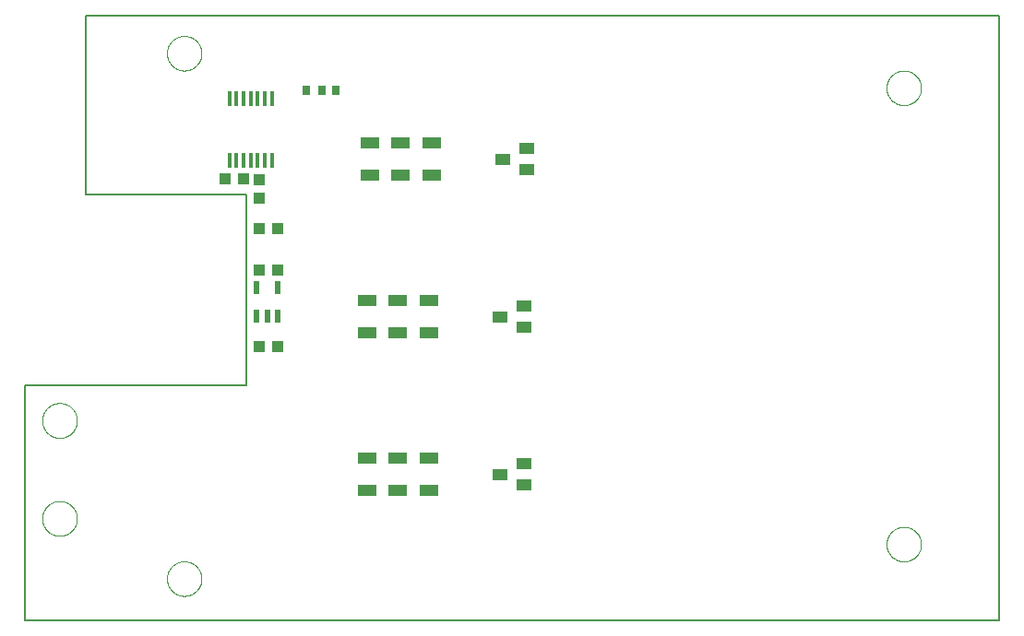
<source format=gbp>
G75*
%MOIN*%
%OFA0B0*%
%FSLAX25Y25*%
%IPPOS*%
%LPD*%
%AMOC8*
5,1,8,0,0,1.08239X$1,22.5*
%
%ADD10C,0.00500*%
%ADD11C,0.00000*%
%ADD12R,0.07100X0.04400*%
%ADD13R,0.05512X0.03937*%
%ADD14R,0.04331X0.03937*%
%ADD15R,0.03937X0.04331*%
%ADD16R,0.02165X0.04724*%
%ADD17R,0.02600X0.03800*%
%ADD18R,0.01400X0.05800*%
D10*
X0026831Y0007667D02*
X0026831Y0092667D01*
X0106831Y0092667D01*
X0106831Y0161667D01*
X0048831Y0161667D01*
X0048831Y0226167D01*
X0378831Y0226167D01*
X0378831Y0007667D01*
X0026831Y0007667D01*
D11*
X0078081Y0022667D02*
X0078083Y0022825D01*
X0078089Y0022982D01*
X0078099Y0023140D01*
X0078113Y0023297D01*
X0078131Y0023453D01*
X0078152Y0023610D01*
X0078178Y0023765D01*
X0078208Y0023920D01*
X0078241Y0024074D01*
X0078279Y0024227D01*
X0078320Y0024380D01*
X0078365Y0024531D01*
X0078414Y0024681D01*
X0078467Y0024829D01*
X0078523Y0024977D01*
X0078584Y0025122D01*
X0078647Y0025267D01*
X0078715Y0025409D01*
X0078786Y0025550D01*
X0078860Y0025689D01*
X0078938Y0025826D01*
X0079020Y0025961D01*
X0079104Y0026094D01*
X0079193Y0026225D01*
X0079284Y0026353D01*
X0079379Y0026480D01*
X0079476Y0026603D01*
X0079577Y0026725D01*
X0079681Y0026843D01*
X0079788Y0026959D01*
X0079898Y0027072D01*
X0080010Y0027183D01*
X0080126Y0027290D01*
X0080244Y0027395D01*
X0080364Y0027497D01*
X0080487Y0027595D01*
X0080613Y0027691D01*
X0080741Y0027783D01*
X0080871Y0027872D01*
X0081003Y0027958D01*
X0081138Y0028040D01*
X0081275Y0028119D01*
X0081413Y0028194D01*
X0081553Y0028266D01*
X0081696Y0028334D01*
X0081839Y0028399D01*
X0081985Y0028460D01*
X0082132Y0028517D01*
X0082280Y0028571D01*
X0082430Y0028621D01*
X0082580Y0028667D01*
X0082732Y0028709D01*
X0082885Y0028748D01*
X0083039Y0028782D01*
X0083194Y0028813D01*
X0083349Y0028839D01*
X0083505Y0028862D01*
X0083662Y0028881D01*
X0083819Y0028896D01*
X0083976Y0028907D01*
X0084134Y0028914D01*
X0084292Y0028917D01*
X0084449Y0028916D01*
X0084607Y0028911D01*
X0084764Y0028902D01*
X0084922Y0028889D01*
X0085078Y0028872D01*
X0085235Y0028851D01*
X0085390Y0028827D01*
X0085545Y0028798D01*
X0085700Y0028765D01*
X0085853Y0028729D01*
X0086006Y0028688D01*
X0086157Y0028644D01*
X0086307Y0028596D01*
X0086456Y0028545D01*
X0086604Y0028489D01*
X0086750Y0028430D01*
X0086895Y0028367D01*
X0087038Y0028300D01*
X0087179Y0028230D01*
X0087318Y0028157D01*
X0087456Y0028080D01*
X0087592Y0027999D01*
X0087725Y0027915D01*
X0087856Y0027828D01*
X0087985Y0027737D01*
X0088112Y0027643D01*
X0088237Y0027546D01*
X0088358Y0027446D01*
X0088478Y0027343D01*
X0088594Y0027237D01*
X0088708Y0027128D01*
X0088820Y0027016D01*
X0088928Y0026902D01*
X0089033Y0026784D01*
X0089136Y0026664D01*
X0089235Y0026542D01*
X0089331Y0026417D01*
X0089424Y0026289D01*
X0089514Y0026160D01*
X0089600Y0026028D01*
X0089684Y0025894D01*
X0089763Y0025758D01*
X0089840Y0025620D01*
X0089912Y0025480D01*
X0089981Y0025338D01*
X0090047Y0025195D01*
X0090109Y0025050D01*
X0090167Y0024903D01*
X0090222Y0024755D01*
X0090273Y0024606D01*
X0090320Y0024455D01*
X0090363Y0024304D01*
X0090402Y0024151D01*
X0090438Y0023997D01*
X0090469Y0023843D01*
X0090497Y0023688D01*
X0090521Y0023532D01*
X0090541Y0023375D01*
X0090557Y0023218D01*
X0090569Y0023061D01*
X0090577Y0022904D01*
X0090581Y0022746D01*
X0090581Y0022588D01*
X0090577Y0022430D01*
X0090569Y0022273D01*
X0090557Y0022116D01*
X0090541Y0021959D01*
X0090521Y0021802D01*
X0090497Y0021646D01*
X0090469Y0021491D01*
X0090438Y0021337D01*
X0090402Y0021183D01*
X0090363Y0021030D01*
X0090320Y0020879D01*
X0090273Y0020728D01*
X0090222Y0020579D01*
X0090167Y0020431D01*
X0090109Y0020284D01*
X0090047Y0020139D01*
X0089981Y0019996D01*
X0089912Y0019854D01*
X0089840Y0019714D01*
X0089763Y0019576D01*
X0089684Y0019440D01*
X0089600Y0019306D01*
X0089514Y0019174D01*
X0089424Y0019045D01*
X0089331Y0018917D01*
X0089235Y0018792D01*
X0089136Y0018670D01*
X0089033Y0018550D01*
X0088928Y0018432D01*
X0088820Y0018318D01*
X0088708Y0018206D01*
X0088594Y0018097D01*
X0088478Y0017991D01*
X0088358Y0017888D01*
X0088237Y0017788D01*
X0088112Y0017691D01*
X0087985Y0017597D01*
X0087856Y0017506D01*
X0087725Y0017419D01*
X0087592Y0017335D01*
X0087456Y0017254D01*
X0087318Y0017177D01*
X0087179Y0017104D01*
X0087038Y0017034D01*
X0086895Y0016967D01*
X0086750Y0016904D01*
X0086604Y0016845D01*
X0086456Y0016789D01*
X0086307Y0016738D01*
X0086157Y0016690D01*
X0086006Y0016646D01*
X0085853Y0016605D01*
X0085700Y0016569D01*
X0085545Y0016536D01*
X0085390Y0016507D01*
X0085235Y0016483D01*
X0085078Y0016462D01*
X0084922Y0016445D01*
X0084764Y0016432D01*
X0084607Y0016423D01*
X0084449Y0016418D01*
X0084292Y0016417D01*
X0084134Y0016420D01*
X0083976Y0016427D01*
X0083819Y0016438D01*
X0083662Y0016453D01*
X0083505Y0016472D01*
X0083349Y0016495D01*
X0083194Y0016521D01*
X0083039Y0016552D01*
X0082885Y0016586D01*
X0082732Y0016625D01*
X0082580Y0016667D01*
X0082430Y0016713D01*
X0082280Y0016763D01*
X0082132Y0016817D01*
X0081985Y0016874D01*
X0081839Y0016935D01*
X0081696Y0017000D01*
X0081553Y0017068D01*
X0081413Y0017140D01*
X0081275Y0017215D01*
X0081138Y0017294D01*
X0081003Y0017376D01*
X0080871Y0017462D01*
X0080741Y0017551D01*
X0080613Y0017643D01*
X0080487Y0017739D01*
X0080364Y0017837D01*
X0080244Y0017939D01*
X0080126Y0018044D01*
X0080010Y0018151D01*
X0079898Y0018262D01*
X0079788Y0018375D01*
X0079681Y0018491D01*
X0079577Y0018609D01*
X0079476Y0018731D01*
X0079379Y0018854D01*
X0079284Y0018981D01*
X0079193Y0019109D01*
X0079104Y0019240D01*
X0079020Y0019373D01*
X0078938Y0019508D01*
X0078860Y0019645D01*
X0078786Y0019784D01*
X0078715Y0019925D01*
X0078647Y0020067D01*
X0078584Y0020212D01*
X0078523Y0020357D01*
X0078467Y0020505D01*
X0078414Y0020653D01*
X0078365Y0020803D01*
X0078320Y0020954D01*
X0078279Y0021107D01*
X0078241Y0021260D01*
X0078208Y0021414D01*
X0078178Y0021569D01*
X0078152Y0021724D01*
X0078131Y0021881D01*
X0078113Y0022037D01*
X0078099Y0022194D01*
X0078089Y0022352D01*
X0078083Y0022509D01*
X0078081Y0022667D01*
X0032996Y0044450D02*
X0032998Y0044608D01*
X0033004Y0044766D01*
X0033014Y0044924D01*
X0033028Y0045082D01*
X0033046Y0045239D01*
X0033067Y0045396D01*
X0033093Y0045552D01*
X0033123Y0045708D01*
X0033156Y0045863D01*
X0033194Y0046016D01*
X0033235Y0046169D01*
X0033280Y0046321D01*
X0033329Y0046472D01*
X0033382Y0046621D01*
X0033438Y0046769D01*
X0033498Y0046915D01*
X0033562Y0047060D01*
X0033630Y0047203D01*
X0033701Y0047345D01*
X0033775Y0047485D01*
X0033853Y0047622D01*
X0033935Y0047758D01*
X0034019Y0047892D01*
X0034108Y0048023D01*
X0034199Y0048152D01*
X0034294Y0048279D01*
X0034391Y0048404D01*
X0034492Y0048526D01*
X0034596Y0048645D01*
X0034703Y0048762D01*
X0034813Y0048876D01*
X0034926Y0048987D01*
X0035041Y0049096D01*
X0035159Y0049201D01*
X0035280Y0049303D01*
X0035403Y0049403D01*
X0035529Y0049499D01*
X0035657Y0049592D01*
X0035787Y0049682D01*
X0035920Y0049768D01*
X0036055Y0049852D01*
X0036191Y0049931D01*
X0036330Y0050008D01*
X0036471Y0050080D01*
X0036613Y0050150D01*
X0036757Y0050215D01*
X0036903Y0050277D01*
X0037050Y0050335D01*
X0037199Y0050390D01*
X0037349Y0050441D01*
X0037500Y0050488D01*
X0037652Y0050531D01*
X0037805Y0050570D01*
X0037960Y0050606D01*
X0038115Y0050637D01*
X0038271Y0050665D01*
X0038427Y0050689D01*
X0038584Y0050709D01*
X0038742Y0050725D01*
X0038899Y0050737D01*
X0039058Y0050745D01*
X0039216Y0050749D01*
X0039374Y0050749D01*
X0039532Y0050745D01*
X0039691Y0050737D01*
X0039848Y0050725D01*
X0040006Y0050709D01*
X0040163Y0050689D01*
X0040319Y0050665D01*
X0040475Y0050637D01*
X0040630Y0050606D01*
X0040785Y0050570D01*
X0040938Y0050531D01*
X0041090Y0050488D01*
X0041241Y0050441D01*
X0041391Y0050390D01*
X0041540Y0050335D01*
X0041687Y0050277D01*
X0041833Y0050215D01*
X0041977Y0050150D01*
X0042119Y0050080D01*
X0042260Y0050008D01*
X0042399Y0049931D01*
X0042535Y0049852D01*
X0042670Y0049768D01*
X0042803Y0049682D01*
X0042933Y0049592D01*
X0043061Y0049499D01*
X0043187Y0049403D01*
X0043310Y0049303D01*
X0043431Y0049201D01*
X0043549Y0049096D01*
X0043664Y0048987D01*
X0043777Y0048876D01*
X0043887Y0048762D01*
X0043994Y0048645D01*
X0044098Y0048526D01*
X0044199Y0048404D01*
X0044296Y0048279D01*
X0044391Y0048152D01*
X0044482Y0048023D01*
X0044571Y0047892D01*
X0044655Y0047758D01*
X0044737Y0047622D01*
X0044815Y0047485D01*
X0044889Y0047345D01*
X0044960Y0047203D01*
X0045028Y0047060D01*
X0045092Y0046915D01*
X0045152Y0046769D01*
X0045208Y0046621D01*
X0045261Y0046472D01*
X0045310Y0046321D01*
X0045355Y0046169D01*
X0045396Y0046016D01*
X0045434Y0045863D01*
X0045467Y0045708D01*
X0045497Y0045552D01*
X0045523Y0045396D01*
X0045544Y0045239D01*
X0045562Y0045082D01*
X0045576Y0044924D01*
X0045586Y0044766D01*
X0045592Y0044608D01*
X0045594Y0044450D01*
X0045592Y0044292D01*
X0045586Y0044134D01*
X0045576Y0043976D01*
X0045562Y0043818D01*
X0045544Y0043661D01*
X0045523Y0043504D01*
X0045497Y0043348D01*
X0045467Y0043192D01*
X0045434Y0043037D01*
X0045396Y0042884D01*
X0045355Y0042731D01*
X0045310Y0042579D01*
X0045261Y0042428D01*
X0045208Y0042279D01*
X0045152Y0042131D01*
X0045092Y0041985D01*
X0045028Y0041840D01*
X0044960Y0041697D01*
X0044889Y0041555D01*
X0044815Y0041415D01*
X0044737Y0041278D01*
X0044655Y0041142D01*
X0044571Y0041008D01*
X0044482Y0040877D01*
X0044391Y0040748D01*
X0044296Y0040621D01*
X0044199Y0040496D01*
X0044098Y0040374D01*
X0043994Y0040255D01*
X0043887Y0040138D01*
X0043777Y0040024D01*
X0043664Y0039913D01*
X0043549Y0039804D01*
X0043431Y0039699D01*
X0043310Y0039597D01*
X0043187Y0039497D01*
X0043061Y0039401D01*
X0042933Y0039308D01*
X0042803Y0039218D01*
X0042670Y0039132D01*
X0042535Y0039048D01*
X0042399Y0038969D01*
X0042260Y0038892D01*
X0042119Y0038820D01*
X0041977Y0038750D01*
X0041833Y0038685D01*
X0041687Y0038623D01*
X0041540Y0038565D01*
X0041391Y0038510D01*
X0041241Y0038459D01*
X0041090Y0038412D01*
X0040938Y0038369D01*
X0040785Y0038330D01*
X0040630Y0038294D01*
X0040475Y0038263D01*
X0040319Y0038235D01*
X0040163Y0038211D01*
X0040006Y0038191D01*
X0039848Y0038175D01*
X0039691Y0038163D01*
X0039532Y0038155D01*
X0039374Y0038151D01*
X0039216Y0038151D01*
X0039058Y0038155D01*
X0038899Y0038163D01*
X0038742Y0038175D01*
X0038584Y0038191D01*
X0038427Y0038211D01*
X0038271Y0038235D01*
X0038115Y0038263D01*
X0037960Y0038294D01*
X0037805Y0038330D01*
X0037652Y0038369D01*
X0037500Y0038412D01*
X0037349Y0038459D01*
X0037199Y0038510D01*
X0037050Y0038565D01*
X0036903Y0038623D01*
X0036757Y0038685D01*
X0036613Y0038750D01*
X0036471Y0038820D01*
X0036330Y0038892D01*
X0036191Y0038969D01*
X0036055Y0039048D01*
X0035920Y0039132D01*
X0035787Y0039218D01*
X0035657Y0039308D01*
X0035529Y0039401D01*
X0035403Y0039497D01*
X0035280Y0039597D01*
X0035159Y0039699D01*
X0035041Y0039804D01*
X0034926Y0039913D01*
X0034813Y0040024D01*
X0034703Y0040138D01*
X0034596Y0040255D01*
X0034492Y0040374D01*
X0034391Y0040496D01*
X0034294Y0040621D01*
X0034199Y0040748D01*
X0034108Y0040877D01*
X0034019Y0041008D01*
X0033935Y0041142D01*
X0033853Y0041278D01*
X0033775Y0041415D01*
X0033701Y0041555D01*
X0033630Y0041697D01*
X0033562Y0041840D01*
X0033498Y0041985D01*
X0033438Y0042131D01*
X0033382Y0042279D01*
X0033329Y0042428D01*
X0033280Y0042579D01*
X0033235Y0042731D01*
X0033194Y0042884D01*
X0033156Y0043037D01*
X0033123Y0043192D01*
X0033093Y0043348D01*
X0033067Y0043504D01*
X0033046Y0043661D01*
X0033028Y0043818D01*
X0033014Y0043976D01*
X0033004Y0044134D01*
X0032998Y0044292D01*
X0032996Y0044450D01*
X0032996Y0079883D02*
X0032998Y0080041D01*
X0033004Y0080199D01*
X0033014Y0080357D01*
X0033028Y0080515D01*
X0033046Y0080672D01*
X0033067Y0080829D01*
X0033093Y0080985D01*
X0033123Y0081141D01*
X0033156Y0081296D01*
X0033194Y0081449D01*
X0033235Y0081602D01*
X0033280Y0081754D01*
X0033329Y0081905D01*
X0033382Y0082054D01*
X0033438Y0082202D01*
X0033498Y0082348D01*
X0033562Y0082493D01*
X0033630Y0082636D01*
X0033701Y0082778D01*
X0033775Y0082918D01*
X0033853Y0083055D01*
X0033935Y0083191D01*
X0034019Y0083325D01*
X0034108Y0083456D01*
X0034199Y0083585D01*
X0034294Y0083712D01*
X0034391Y0083837D01*
X0034492Y0083959D01*
X0034596Y0084078D01*
X0034703Y0084195D01*
X0034813Y0084309D01*
X0034926Y0084420D01*
X0035041Y0084529D01*
X0035159Y0084634D01*
X0035280Y0084736D01*
X0035403Y0084836D01*
X0035529Y0084932D01*
X0035657Y0085025D01*
X0035787Y0085115D01*
X0035920Y0085201D01*
X0036055Y0085285D01*
X0036191Y0085364D01*
X0036330Y0085441D01*
X0036471Y0085513D01*
X0036613Y0085583D01*
X0036757Y0085648D01*
X0036903Y0085710D01*
X0037050Y0085768D01*
X0037199Y0085823D01*
X0037349Y0085874D01*
X0037500Y0085921D01*
X0037652Y0085964D01*
X0037805Y0086003D01*
X0037960Y0086039D01*
X0038115Y0086070D01*
X0038271Y0086098D01*
X0038427Y0086122D01*
X0038584Y0086142D01*
X0038742Y0086158D01*
X0038899Y0086170D01*
X0039058Y0086178D01*
X0039216Y0086182D01*
X0039374Y0086182D01*
X0039532Y0086178D01*
X0039691Y0086170D01*
X0039848Y0086158D01*
X0040006Y0086142D01*
X0040163Y0086122D01*
X0040319Y0086098D01*
X0040475Y0086070D01*
X0040630Y0086039D01*
X0040785Y0086003D01*
X0040938Y0085964D01*
X0041090Y0085921D01*
X0041241Y0085874D01*
X0041391Y0085823D01*
X0041540Y0085768D01*
X0041687Y0085710D01*
X0041833Y0085648D01*
X0041977Y0085583D01*
X0042119Y0085513D01*
X0042260Y0085441D01*
X0042399Y0085364D01*
X0042535Y0085285D01*
X0042670Y0085201D01*
X0042803Y0085115D01*
X0042933Y0085025D01*
X0043061Y0084932D01*
X0043187Y0084836D01*
X0043310Y0084736D01*
X0043431Y0084634D01*
X0043549Y0084529D01*
X0043664Y0084420D01*
X0043777Y0084309D01*
X0043887Y0084195D01*
X0043994Y0084078D01*
X0044098Y0083959D01*
X0044199Y0083837D01*
X0044296Y0083712D01*
X0044391Y0083585D01*
X0044482Y0083456D01*
X0044571Y0083325D01*
X0044655Y0083191D01*
X0044737Y0083055D01*
X0044815Y0082918D01*
X0044889Y0082778D01*
X0044960Y0082636D01*
X0045028Y0082493D01*
X0045092Y0082348D01*
X0045152Y0082202D01*
X0045208Y0082054D01*
X0045261Y0081905D01*
X0045310Y0081754D01*
X0045355Y0081602D01*
X0045396Y0081449D01*
X0045434Y0081296D01*
X0045467Y0081141D01*
X0045497Y0080985D01*
X0045523Y0080829D01*
X0045544Y0080672D01*
X0045562Y0080515D01*
X0045576Y0080357D01*
X0045586Y0080199D01*
X0045592Y0080041D01*
X0045594Y0079883D01*
X0045592Y0079725D01*
X0045586Y0079567D01*
X0045576Y0079409D01*
X0045562Y0079251D01*
X0045544Y0079094D01*
X0045523Y0078937D01*
X0045497Y0078781D01*
X0045467Y0078625D01*
X0045434Y0078470D01*
X0045396Y0078317D01*
X0045355Y0078164D01*
X0045310Y0078012D01*
X0045261Y0077861D01*
X0045208Y0077712D01*
X0045152Y0077564D01*
X0045092Y0077418D01*
X0045028Y0077273D01*
X0044960Y0077130D01*
X0044889Y0076988D01*
X0044815Y0076848D01*
X0044737Y0076711D01*
X0044655Y0076575D01*
X0044571Y0076441D01*
X0044482Y0076310D01*
X0044391Y0076181D01*
X0044296Y0076054D01*
X0044199Y0075929D01*
X0044098Y0075807D01*
X0043994Y0075688D01*
X0043887Y0075571D01*
X0043777Y0075457D01*
X0043664Y0075346D01*
X0043549Y0075237D01*
X0043431Y0075132D01*
X0043310Y0075030D01*
X0043187Y0074930D01*
X0043061Y0074834D01*
X0042933Y0074741D01*
X0042803Y0074651D01*
X0042670Y0074565D01*
X0042535Y0074481D01*
X0042399Y0074402D01*
X0042260Y0074325D01*
X0042119Y0074253D01*
X0041977Y0074183D01*
X0041833Y0074118D01*
X0041687Y0074056D01*
X0041540Y0073998D01*
X0041391Y0073943D01*
X0041241Y0073892D01*
X0041090Y0073845D01*
X0040938Y0073802D01*
X0040785Y0073763D01*
X0040630Y0073727D01*
X0040475Y0073696D01*
X0040319Y0073668D01*
X0040163Y0073644D01*
X0040006Y0073624D01*
X0039848Y0073608D01*
X0039691Y0073596D01*
X0039532Y0073588D01*
X0039374Y0073584D01*
X0039216Y0073584D01*
X0039058Y0073588D01*
X0038899Y0073596D01*
X0038742Y0073608D01*
X0038584Y0073624D01*
X0038427Y0073644D01*
X0038271Y0073668D01*
X0038115Y0073696D01*
X0037960Y0073727D01*
X0037805Y0073763D01*
X0037652Y0073802D01*
X0037500Y0073845D01*
X0037349Y0073892D01*
X0037199Y0073943D01*
X0037050Y0073998D01*
X0036903Y0074056D01*
X0036757Y0074118D01*
X0036613Y0074183D01*
X0036471Y0074253D01*
X0036330Y0074325D01*
X0036191Y0074402D01*
X0036055Y0074481D01*
X0035920Y0074565D01*
X0035787Y0074651D01*
X0035657Y0074741D01*
X0035529Y0074834D01*
X0035403Y0074930D01*
X0035280Y0075030D01*
X0035159Y0075132D01*
X0035041Y0075237D01*
X0034926Y0075346D01*
X0034813Y0075457D01*
X0034703Y0075571D01*
X0034596Y0075688D01*
X0034492Y0075807D01*
X0034391Y0075929D01*
X0034294Y0076054D01*
X0034199Y0076181D01*
X0034108Y0076310D01*
X0034019Y0076441D01*
X0033935Y0076575D01*
X0033853Y0076711D01*
X0033775Y0076848D01*
X0033701Y0076988D01*
X0033630Y0077130D01*
X0033562Y0077273D01*
X0033498Y0077418D01*
X0033438Y0077564D01*
X0033382Y0077712D01*
X0033329Y0077861D01*
X0033280Y0078012D01*
X0033235Y0078164D01*
X0033194Y0078317D01*
X0033156Y0078470D01*
X0033123Y0078625D01*
X0033093Y0078781D01*
X0033067Y0078937D01*
X0033046Y0079094D01*
X0033028Y0079251D01*
X0033014Y0079409D01*
X0033004Y0079567D01*
X0032998Y0079725D01*
X0032996Y0079883D01*
X0078081Y0212667D02*
X0078083Y0212825D01*
X0078089Y0212982D01*
X0078099Y0213140D01*
X0078113Y0213297D01*
X0078131Y0213453D01*
X0078152Y0213610D01*
X0078178Y0213765D01*
X0078208Y0213920D01*
X0078241Y0214074D01*
X0078279Y0214227D01*
X0078320Y0214380D01*
X0078365Y0214531D01*
X0078414Y0214681D01*
X0078467Y0214829D01*
X0078523Y0214977D01*
X0078584Y0215122D01*
X0078647Y0215267D01*
X0078715Y0215409D01*
X0078786Y0215550D01*
X0078860Y0215689D01*
X0078938Y0215826D01*
X0079020Y0215961D01*
X0079104Y0216094D01*
X0079193Y0216225D01*
X0079284Y0216353D01*
X0079379Y0216480D01*
X0079476Y0216603D01*
X0079577Y0216725D01*
X0079681Y0216843D01*
X0079788Y0216959D01*
X0079898Y0217072D01*
X0080010Y0217183D01*
X0080126Y0217290D01*
X0080244Y0217395D01*
X0080364Y0217497D01*
X0080487Y0217595D01*
X0080613Y0217691D01*
X0080741Y0217783D01*
X0080871Y0217872D01*
X0081003Y0217958D01*
X0081138Y0218040D01*
X0081275Y0218119D01*
X0081413Y0218194D01*
X0081553Y0218266D01*
X0081696Y0218334D01*
X0081839Y0218399D01*
X0081985Y0218460D01*
X0082132Y0218517D01*
X0082280Y0218571D01*
X0082430Y0218621D01*
X0082580Y0218667D01*
X0082732Y0218709D01*
X0082885Y0218748D01*
X0083039Y0218782D01*
X0083194Y0218813D01*
X0083349Y0218839D01*
X0083505Y0218862D01*
X0083662Y0218881D01*
X0083819Y0218896D01*
X0083976Y0218907D01*
X0084134Y0218914D01*
X0084292Y0218917D01*
X0084449Y0218916D01*
X0084607Y0218911D01*
X0084764Y0218902D01*
X0084922Y0218889D01*
X0085078Y0218872D01*
X0085235Y0218851D01*
X0085390Y0218827D01*
X0085545Y0218798D01*
X0085700Y0218765D01*
X0085853Y0218729D01*
X0086006Y0218688D01*
X0086157Y0218644D01*
X0086307Y0218596D01*
X0086456Y0218545D01*
X0086604Y0218489D01*
X0086750Y0218430D01*
X0086895Y0218367D01*
X0087038Y0218300D01*
X0087179Y0218230D01*
X0087318Y0218157D01*
X0087456Y0218080D01*
X0087592Y0217999D01*
X0087725Y0217915D01*
X0087856Y0217828D01*
X0087985Y0217737D01*
X0088112Y0217643D01*
X0088237Y0217546D01*
X0088358Y0217446D01*
X0088478Y0217343D01*
X0088594Y0217237D01*
X0088708Y0217128D01*
X0088820Y0217016D01*
X0088928Y0216902D01*
X0089033Y0216784D01*
X0089136Y0216664D01*
X0089235Y0216542D01*
X0089331Y0216417D01*
X0089424Y0216289D01*
X0089514Y0216160D01*
X0089600Y0216028D01*
X0089684Y0215894D01*
X0089763Y0215758D01*
X0089840Y0215620D01*
X0089912Y0215480D01*
X0089981Y0215338D01*
X0090047Y0215195D01*
X0090109Y0215050D01*
X0090167Y0214903D01*
X0090222Y0214755D01*
X0090273Y0214606D01*
X0090320Y0214455D01*
X0090363Y0214304D01*
X0090402Y0214151D01*
X0090438Y0213997D01*
X0090469Y0213843D01*
X0090497Y0213688D01*
X0090521Y0213532D01*
X0090541Y0213375D01*
X0090557Y0213218D01*
X0090569Y0213061D01*
X0090577Y0212904D01*
X0090581Y0212746D01*
X0090581Y0212588D01*
X0090577Y0212430D01*
X0090569Y0212273D01*
X0090557Y0212116D01*
X0090541Y0211959D01*
X0090521Y0211802D01*
X0090497Y0211646D01*
X0090469Y0211491D01*
X0090438Y0211337D01*
X0090402Y0211183D01*
X0090363Y0211030D01*
X0090320Y0210879D01*
X0090273Y0210728D01*
X0090222Y0210579D01*
X0090167Y0210431D01*
X0090109Y0210284D01*
X0090047Y0210139D01*
X0089981Y0209996D01*
X0089912Y0209854D01*
X0089840Y0209714D01*
X0089763Y0209576D01*
X0089684Y0209440D01*
X0089600Y0209306D01*
X0089514Y0209174D01*
X0089424Y0209045D01*
X0089331Y0208917D01*
X0089235Y0208792D01*
X0089136Y0208670D01*
X0089033Y0208550D01*
X0088928Y0208432D01*
X0088820Y0208318D01*
X0088708Y0208206D01*
X0088594Y0208097D01*
X0088478Y0207991D01*
X0088358Y0207888D01*
X0088237Y0207788D01*
X0088112Y0207691D01*
X0087985Y0207597D01*
X0087856Y0207506D01*
X0087725Y0207419D01*
X0087592Y0207335D01*
X0087456Y0207254D01*
X0087318Y0207177D01*
X0087179Y0207104D01*
X0087038Y0207034D01*
X0086895Y0206967D01*
X0086750Y0206904D01*
X0086604Y0206845D01*
X0086456Y0206789D01*
X0086307Y0206738D01*
X0086157Y0206690D01*
X0086006Y0206646D01*
X0085853Y0206605D01*
X0085700Y0206569D01*
X0085545Y0206536D01*
X0085390Y0206507D01*
X0085235Y0206483D01*
X0085078Y0206462D01*
X0084922Y0206445D01*
X0084764Y0206432D01*
X0084607Y0206423D01*
X0084449Y0206418D01*
X0084292Y0206417D01*
X0084134Y0206420D01*
X0083976Y0206427D01*
X0083819Y0206438D01*
X0083662Y0206453D01*
X0083505Y0206472D01*
X0083349Y0206495D01*
X0083194Y0206521D01*
X0083039Y0206552D01*
X0082885Y0206586D01*
X0082732Y0206625D01*
X0082580Y0206667D01*
X0082430Y0206713D01*
X0082280Y0206763D01*
X0082132Y0206817D01*
X0081985Y0206874D01*
X0081839Y0206935D01*
X0081696Y0207000D01*
X0081553Y0207068D01*
X0081413Y0207140D01*
X0081275Y0207215D01*
X0081138Y0207294D01*
X0081003Y0207376D01*
X0080871Y0207462D01*
X0080741Y0207551D01*
X0080613Y0207643D01*
X0080487Y0207739D01*
X0080364Y0207837D01*
X0080244Y0207939D01*
X0080126Y0208044D01*
X0080010Y0208151D01*
X0079898Y0208262D01*
X0079788Y0208375D01*
X0079681Y0208491D01*
X0079577Y0208609D01*
X0079476Y0208731D01*
X0079379Y0208854D01*
X0079284Y0208981D01*
X0079193Y0209109D01*
X0079104Y0209240D01*
X0079020Y0209373D01*
X0078938Y0209508D01*
X0078860Y0209645D01*
X0078786Y0209784D01*
X0078715Y0209925D01*
X0078647Y0210067D01*
X0078584Y0210212D01*
X0078523Y0210357D01*
X0078467Y0210505D01*
X0078414Y0210653D01*
X0078365Y0210803D01*
X0078320Y0210954D01*
X0078279Y0211107D01*
X0078241Y0211260D01*
X0078208Y0211414D01*
X0078178Y0211569D01*
X0078152Y0211724D01*
X0078131Y0211881D01*
X0078113Y0212037D01*
X0078099Y0212194D01*
X0078089Y0212352D01*
X0078083Y0212509D01*
X0078081Y0212667D01*
X0338081Y0200167D02*
X0338083Y0200325D01*
X0338089Y0200482D01*
X0338099Y0200640D01*
X0338113Y0200797D01*
X0338131Y0200953D01*
X0338152Y0201110D01*
X0338178Y0201265D01*
X0338208Y0201420D01*
X0338241Y0201574D01*
X0338279Y0201727D01*
X0338320Y0201880D01*
X0338365Y0202031D01*
X0338414Y0202181D01*
X0338467Y0202329D01*
X0338523Y0202477D01*
X0338584Y0202622D01*
X0338647Y0202767D01*
X0338715Y0202909D01*
X0338786Y0203050D01*
X0338860Y0203189D01*
X0338938Y0203326D01*
X0339020Y0203461D01*
X0339104Y0203594D01*
X0339193Y0203725D01*
X0339284Y0203853D01*
X0339379Y0203980D01*
X0339476Y0204103D01*
X0339577Y0204225D01*
X0339681Y0204343D01*
X0339788Y0204459D01*
X0339898Y0204572D01*
X0340010Y0204683D01*
X0340126Y0204790D01*
X0340244Y0204895D01*
X0340364Y0204997D01*
X0340487Y0205095D01*
X0340613Y0205191D01*
X0340741Y0205283D01*
X0340871Y0205372D01*
X0341003Y0205458D01*
X0341138Y0205540D01*
X0341275Y0205619D01*
X0341413Y0205694D01*
X0341553Y0205766D01*
X0341696Y0205834D01*
X0341839Y0205899D01*
X0341985Y0205960D01*
X0342132Y0206017D01*
X0342280Y0206071D01*
X0342430Y0206121D01*
X0342580Y0206167D01*
X0342732Y0206209D01*
X0342885Y0206248D01*
X0343039Y0206282D01*
X0343194Y0206313D01*
X0343349Y0206339D01*
X0343505Y0206362D01*
X0343662Y0206381D01*
X0343819Y0206396D01*
X0343976Y0206407D01*
X0344134Y0206414D01*
X0344292Y0206417D01*
X0344449Y0206416D01*
X0344607Y0206411D01*
X0344764Y0206402D01*
X0344922Y0206389D01*
X0345078Y0206372D01*
X0345235Y0206351D01*
X0345390Y0206327D01*
X0345545Y0206298D01*
X0345700Y0206265D01*
X0345853Y0206229D01*
X0346006Y0206188D01*
X0346157Y0206144D01*
X0346307Y0206096D01*
X0346456Y0206045D01*
X0346604Y0205989D01*
X0346750Y0205930D01*
X0346895Y0205867D01*
X0347038Y0205800D01*
X0347179Y0205730D01*
X0347318Y0205657D01*
X0347456Y0205580D01*
X0347592Y0205499D01*
X0347725Y0205415D01*
X0347856Y0205328D01*
X0347985Y0205237D01*
X0348112Y0205143D01*
X0348237Y0205046D01*
X0348358Y0204946D01*
X0348478Y0204843D01*
X0348594Y0204737D01*
X0348708Y0204628D01*
X0348820Y0204516D01*
X0348928Y0204402D01*
X0349033Y0204284D01*
X0349136Y0204164D01*
X0349235Y0204042D01*
X0349331Y0203917D01*
X0349424Y0203789D01*
X0349514Y0203660D01*
X0349600Y0203528D01*
X0349684Y0203394D01*
X0349763Y0203258D01*
X0349840Y0203120D01*
X0349912Y0202980D01*
X0349981Y0202838D01*
X0350047Y0202695D01*
X0350109Y0202550D01*
X0350167Y0202403D01*
X0350222Y0202255D01*
X0350273Y0202106D01*
X0350320Y0201955D01*
X0350363Y0201804D01*
X0350402Y0201651D01*
X0350438Y0201497D01*
X0350469Y0201343D01*
X0350497Y0201188D01*
X0350521Y0201032D01*
X0350541Y0200875D01*
X0350557Y0200718D01*
X0350569Y0200561D01*
X0350577Y0200404D01*
X0350581Y0200246D01*
X0350581Y0200088D01*
X0350577Y0199930D01*
X0350569Y0199773D01*
X0350557Y0199616D01*
X0350541Y0199459D01*
X0350521Y0199302D01*
X0350497Y0199146D01*
X0350469Y0198991D01*
X0350438Y0198837D01*
X0350402Y0198683D01*
X0350363Y0198530D01*
X0350320Y0198379D01*
X0350273Y0198228D01*
X0350222Y0198079D01*
X0350167Y0197931D01*
X0350109Y0197784D01*
X0350047Y0197639D01*
X0349981Y0197496D01*
X0349912Y0197354D01*
X0349840Y0197214D01*
X0349763Y0197076D01*
X0349684Y0196940D01*
X0349600Y0196806D01*
X0349514Y0196674D01*
X0349424Y0196545D01*
X0349331Y0196417D01*
X0349235Y0196292D01*
X0349136Y0196170D01*
X0349033Y0196050D01*
X0348928Y0195932D01*
X0348820Y0195818D01*
X0348708Y0195706D01*
X0348594Y0195597D01*
X0348478Y0195491D01*
X0348358Y0195388D01*
X0348237Y0195288D01*
X0348112Y0195191D01*
X0347985Y0195097D01*
X0347856Y0195006D01*
X0347725Y0194919D01*
X0347592Y0194835D01*
X0347456Y0194754D01*
X0347318Y0194677D01*
X0347179Y0194604D01*
X0347038Y0194534D01*
X0346895Y0194467D01*
X0346750Y0194404D01*
X0346604Y0194345D01*
X0346456Y0194289D01*
X0346307Y0194238D01*
X0346157Y0194190D01*
X0346006Y0194146D01*
X0345853Y0194105D01*
X0345700Y0194069D01*
X0345545Y0194036D01*
X0345390Y0194007D01*
X0345235Y0193983D01*
X0345078Y0193962D01*
X0344922Y0193945D01*
X0344764Y0193932D01*
X0344607Y0193923D01*
X0344449Y0193918D01*
X0344292Y0193917D01*
X0344134Y0193920D01*
X0343976Y0193927D01*
X0343819Y0193938D01*
X0343662Y0193953D01*
X0343505Y0193972D01*
X0343349Y0193995D01*
X0343194Y0194021D01*
X0343039Y0194052D01*
X0342885Y0194086D01*
X0342732Y0194125D01*
X0342580Y0194167D01*
X0342430Y0194213D01*
X0342280Y0194263D01*
X0342132Y0194317D01*
X0341985Y0194374D01*
X0341839Y0194435D01*
X0341696Y0194500D01*
X0341553Y0194568D01*
X0341413Y0194640D01*
X0341275Y0194715D01*
X0341138Y0194794D01*
X0341003Y0194876D01*
X0340871Y0194962D01*
X0340741Y0195051D01*
X0340613Y0195143D01*
X0340487Y0195239D01*
X0340364Y0195337D01*
X0340244Y0195439D01*
X0340126Y0195544D01*
X0340010Y0195651D01*
X0339898Y0195762D01*
X0339788Y0195875D01*
X0339681Y0195991D01*
X0339577Y0196109D01*
X0339476Y0196231D01*
X0339379Y0196354D01*
X0339284Y0196481D01*
X0339193Y0196609D01*
X0339104Y0196740D01*
X0339020Y0196873D01*
X0338938Y0197008D01*
X0338860Y0197145D01*
X0338786Y0197284D01*
X0338715Y0197425D01*
X0338647Y0197567D01*
X0338584Y0197712D01*
X0338523Y0197857D01*
X0338467Y0198005D01*
X0338414Y0198153D01*
X0338365Y0198303D01*
X0338320Y0198454D01*
X0338279Y0198607D01*
X0338241Y0198760D01*
X0338208Y0198914D01*
X0338178Y0199069D01*
X0338152Y0199224D01*
X0338131Y0199381D01*
X0338113Y0199537D01*
X0338099Y0199694D01*
X0338089Y0199852D01*
X0338083Y0200009D01*
X0338081Y0200167D01*
X0338081Y0035167D02*
X0338083Y0035325D01*
X0338089Y0035482D01*
X0338099Y0035640D01*
X0338113Y0035797D01*
X0338131Y0035953D01*
X0338152Y0036110D01*
X0338178Y0036265D01*
X0338208Y0036420D01*
X0338241Y0036574D01*
X0338279Y0036727D01*
X0338320Y0036880D01*
X0338365Y0037031D01*
X0338414Y0037181D01*
X0338467Y0037329D01*
X0338523Y0037477D01*
X0338584Y0037622D01*
X0338647Y0037767D01*
X0338715Y0037909D01*
X0338786Y0038050D01*
X0338860Y0038189D01*
X0338938Y0038326D01*
X0339020Y0038461D01*
X0339104Y0038594D01*
X0339193Y0038725D01*
X0339284Y0038853D01*
X0339379Y0038980D01*
X0339476Y0039103D01*
X0339577Y0039225D01*
X0339681Y0039343D01*
X0339788Y0039459D01*
X0339898Y0039572D01*
X0340010Y0039683D01*
X0340126Y0039790D01*
X0340244Y0039895D01*
X0340364Y0039997D01*
X0340487Y0040095D01*
X0340613Y0040191D01*
X0340741Y0040283D01*
X0340871Y0040372D01*
X0341003Y0040458D01*
X0341138Y0040540D01*
X0341275Y0040619D01*
X0341413Y0040694D01*
X0341553Y0040766D01*
X0341696Y0040834D01*
X0341839Y0040899D01*
X0341985Y0040960D01*
X0342132Y0041017D01*
X0342280Y0041071D01*
X0342430Y0041121D01*
X0342580Y0041167D01*
X0342732Y0041209D01*
X0342885Y0041248D01*
X0343039Y0041282D01*
X0343194Y0041313D01*
X0343349Y0041339D01*
X0343505Y0041362D01*
X0343662Y0041381D01*
X0343819Y0041396D01*
X0343976Y0041407D01*
X0344134Y0041414D01*
X0344292Y0041417D01*
X0344449Y0041416D01*
X0344607Y0041411D01*
X0344764Y0041402D01*
X0344922Y0041389D01*
X0345078Y0041372D01*
X0345235Y0041351D01*
X0345390Y0041327D01*
X0345545Y0041298D01*
X0345700Y0041265D01*
X0345853Y0041229D01*
X0346006Y0041188D01*
X0346157Y0041144D01*
X0346307Y0041096D01*
X0346456Y0041045D01*
X0346604Y0040989D01*
X0346750Y0040930D01*
X0346895Y0040867D01*
X0347038Y0040800D01*
X0347179Y0040730D01*
X0347318Y0040657D01*
X0347456Y0040580D01*
X0347592Y0040499D01*
X0347725Y0040415D01*
X0347856Y0040328D01*
X0347985Y0040237D01*
X0348112Y0040143D01*
X0348237Y0040046D01*
X0348358Y0039946D01*
X0348478Y0039843D01*
X0348594Y0039737D01*
X0348708Y0039628D01*
X0348820Y0039516D01*
X0348928Y0039402D01*
X0349033Y0039284D01*
X0349136Y0039164D01*
X0349235Y0039042D01*
X0349331Y0038917D01*
X0349424Y0038789D01*
X0349514Y0038660D01*
X0349600Y0038528D01*
X0349684Y0038394D01*
X0349763Y0038258D01*
X0349840Y0038120D01*
X0349912Y0037980D01*
X0349981Y0037838D01*
X0350047Y0037695D01*
X0350109Y0037550D01*
X0350167Y0037403D01*
X0350222Y0037255D01*
X0350273Y0037106D01*
X0350320Y0036955D01*
X0350363Y0036804D01*
X0350402Y0036651D01*
X0350438Y0036497D01*
X0350469Y0036343D01*
X0350497Y0036188D01*
X0350521Y0036032D01*
X0350541Y0035875D01*
X0350557Y0035718D01*
X0350569Y0035561D01*
X0350577Y0035404D01*
X0350581Y0035246D01*
X0350581Y0035088D01*
X0350577Y0034930D01*
X0350569Y0034773D01*
X0350557Y0034616D01*
X0350541Y0034459D01*
X0350521Y0034302D01*
X0350497Y0034146D01*
X0350469Y0033991D01*
X0350438Y0033837D01*
X0350402Y0033683D01*
X0350363Y0033530D01*
X0350320Y0033379D01*
X0350273Y0033228D01*
X0350222Y0033079D01*
X0350167Y0032931D01*
X0350109Y0032784D01*
X0350047Y0032639D01*
X0349981Y0032496D01*
X0349912Y0032354D01*
X0349840Y0032214D01*
X0349763Y0032076D01*
X0349684Y0031940D01*
X0349600Y0031806D01*
X0349514Y0031674D01*
X0349424Y0031545D01*
X0349331Y0031417D01*
X0349235Y0031292D01*
X0349136Y0031170D01*
X0349033Y0031050D01*
X0348928Y0030932D01*
X0348820Y0030818D01*
X0348708Y0030706D01*
X0348594Y0030597D01*
X0348478Y0030491D01*
X0348358Y0030388D01*
X0348237Y0030288D01*
X0348112Y0030191D01*
X0347985Y0030097D01*
X0347856Y0030006D01*
X0347725Y0029919D01*
X0347592Y0029835D01*
X0347456Y0029754D01*
X0347318Y0029677D01*
X0347179Y0029604D01*
X0347038Y0029534D01*
X0346895Y0029467D01*
X0346750Y0029404D01*
X0346604Y0029345D01*
X0346456Y0029289D01*
X0346307Y0029238D01*
X0346157Y0029190D01*
X0346006Y0029146D01*
X0345853Y0029105D01*
X0345700Y0029069D01*
X0345545Y0029036D01*
X0345390Y0029007D01*
X0345235Y0028983D01*
X0345078Y0028962D01*
X0344922Y0028945D01*
X0344764Y0028932D01*
X0344607Y0028923D01*
X0344449Y0028918D01*
X0344292Y0028917D01*
X0344134Y0028920D01*
X0343976Y0028927D01*
X0343819Y0028938D01*
X0343662Y0028953D01*
X0343505Y0028972D01*
X0343349Y0028995D01*
X0343194Y0029021D01*
X0343039Y0029052D01*
X0342885Y0029086D01*
X0342732Y0029125D01*
X0342580Y0029167D01*
X0342430Y0029213D01*
X0342280Y0029263D01*
X0342132Y0029317D01*
X0341985Y0029374D01*
X0341839Y0029435D01*
X0341696Y0029500D01*
X0341553Y0029568D01*
X0341413Y0029640D01*
X0341275Y0029715D01*
X0341138Y0029794D01*
X0341003Y0029876D01*
X0340871Y0029962D01*
X0340741Y0030051D01*
X0340613Y0030143D01*
X0340487Y0030239D01*
X0340364Y0030337D01*
X0340244Y0030439D01*
X0340126Y0030544D01*
X0340010Y0030651D01*
X0339898Y0030762D01*
X0339788Y0030875D01*
X0339681Y0030991D01*
X0339577Y0031109D01*
X0339476Y0031231D01*
X0339379Y0031354D01*
X0339284Y0031481D01*
X0339193Y0031609D01*
X0339104Y0031740D01*
X0339020Y0031873D01*
X0338938Y0032008D01*
X0338860Y0032145D01*
X0338786Y0032284D01*
X0338715Y0032425D01*
X0338647Y0032567D01*
X0338584Y0032712D01*
X0338523Y0032857D01*
X0338467Y0033005D01*
X0338414Y0033153D01*
X0338365Y0033303D01*
X0338320Y0033454D01*
X0338279Y0033607D01*
X0338241Y0033760D01*
X0338208Y0033914D01*
X0338178Y0034069D01*
X0338152Y0034224D01*
X0338131Y0034381D01*
X0338113Y0034537D01*
X0338099Y0034694D01*
X0338089Y0034852D01*
X0338083Y0035009D01*
X0338081Y0035167D01*
D12*
X0172831Y0054517D03*
X0161581Y0054517D03*
X0150331Y0054517D03*
X0150331Y0066317D03*
X0161581Y0066317D03*
X0172831Y0066317D03*
X0172831Y0111517D03*
X0161581Y0111517D03*
X0150331Y0111517D03*
X0150331Y0123317D03*
X0161581Y0123317D03*
X0172831Y0123317D03*
X0173831Y0168517D03*
X0162581Y0168517D03*
X0151331Y0168517D03*
X0151331Y0180317D03*
X0162581Y0180317D03*
X0173831Y0180317D03*
D13*
X0199500Y0174417D03*
X0208161Y0178157D03*
X0208161Y0170677D03*
X0207161Y0121157D03*
X0198500Y0117417D03*
X0207161Y0113677D03*
X0207161Y0064157D03*
X0198500Y0060417D03*
X0207161Y0056677D03*
D14*
X0118177Y0106667D03*
X0111484Y0106667D03*
X0111484Y0134167D03*
X0118177Y0134167D03*
X0118177Y0149167D03*
X0111484Y0149167D03*
X0111331Y0160320D03*
X0111331Y0167013D03*
D15*
X0105677Y0167167D03*
X0098984Y0167167D03*
D16*
X0110591Y0127785D03*
X0118071Y0127785D03*
X0118071Y0117549D03*
X0114331Y0117549D03*
X0110591Y0117549D03*
D17*
X0128581Y0199167D03*
X0134081Y0199167D03*
X0139081Y0199167D03*
D18*
X0116031Y0196267D03*
X0113431Y0196267D03*
X0110931Y0196267D03*
X0108331Y0196267D03*
X0105731Y0196267D03*
X0103231Y0196267D03*
X0100631Y0196267D03*
X0100631Y0174067D03*
X0103231Y0174067D03*
X0105731Y0174067D03*
X0108331Y0174067D03*
X0110931Y0174067D03*
X0113431Y0174067D03*
X0116031Y0174067D03*
M02*

</source>
